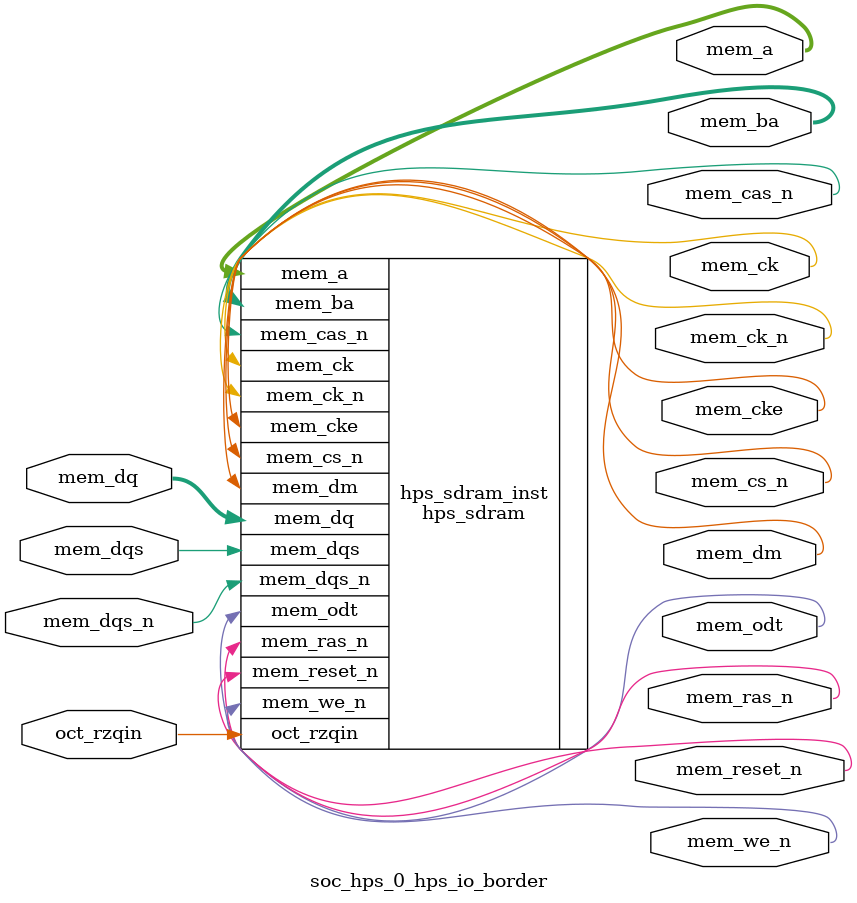
<source format=sv>


module soc_hps_0_hps_io_border(
// memory
  output wire [13 - 1 : 0 ] mem_a
 ,output wire [3 - 1 : 0 ] mem_ba
 ,output wire [1 - 1 : 0 ] mem_ck
 ,output wire [1 - 1 : 0 ] mem_ck_n
 ,output wire [1 - 1 : 0 ] mem_cke
 ,output wire [1 - 1 : 0 ] mem_cs_n
 ,output wire [1 - 1 : 0 ] mem_ras_n
 ,output wire [1 - 1 : 0 ] mem_cas_n
 ,output wire [1 - 1 : 0 ] mem_we_n
 ,output wire [1 - 1 : 0 ] mem_reset_n
 ,inout wire [8 - 1 : 0 ] mem_dq
 ,inout wire [1 - 1 : 0 ] mem_dqs
 ,inout wire [1 - 1 : 0 ] mem_dqs_n
 ,output wire [1 - 1 : 0 ] mem_odt
 ,output wire [1 - 1 : 0 ] mem_dm
 ,input wire [1 - 1 : 0 ] oct_rzqin
);


hps_sdram hps_sdram_inst(
 .mem_dq({
    mem_dq[7:0] // 7:0
  })
,.mem_odt({
    mem_odt[0:0] // 0:0
  })
,.mem_ras_n({
    mem_ras_n[0:0] // 0:0
  })
,.mem_dqs_n({
    mem_dqs_n[0:0] // 0:0
  })
,.mem_dqs({
    mem_dqs[0:0] // 0:0
  })
,.mem_dm({
    mem_dm[0:0] // 0:0
  })
,.mem_we_n({
    mem_we_n[0:0] // 0:0
  })
,.mem_cas_n({
    mem_cas_n[0:0] // 0:0
  })
,.mem_ba({
    mem_ba[2:0] // 2:0
  })
,.mem_a({
    mem_a[12:0] // 12:0
  })
,.mem_cs_n({
    mem_cs_n[0:0] // 0:0
  })
,.mem_ck({
    mem_ck[0:0] // 0:0
  })
,.mem_cke({
    mem_cke[0:0] // 0:0
  })
,.oct_rzqin({
    oct_rzqin[0:0] // 0:0
  })
,.mem_reset_n({
    mem_reset_n[0:0] // 0:0
  })
,.mem_ck_n({
    mem_ck_n[0:0] // 0:0
  })
);

endmodule


</source>
